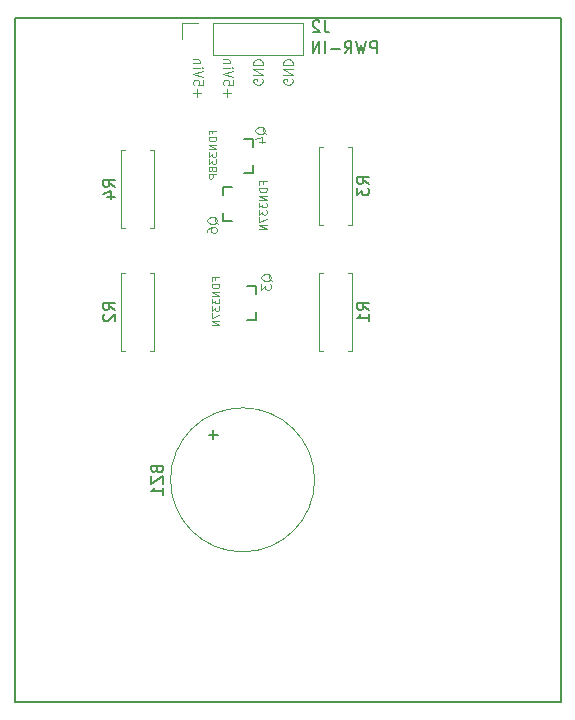
<source format=gbr>
%TF.GenerationSoftware,KiCad,Pcbnew,5.0.2-bee76a0~70~ubuntu18.04.1*%
%TF.CreationDate,2019-10-11T23:30:34+02:00*%
%TF.ProjectId,ESP8266-LolinV3-Lamp,45535038-3236-4362-9d4c-6f6c696e5633,1.0*%
%TF.SameCoordinates,Original*%
%TF.FileFunction,Legend,Bot*%
%TF.FilePolarity,Positive*%
%FSLAX46Y46*%
G04 Gerber Fmt 4.6, Leading zero omitted, Abs format (unit mm)*
G04 Created by KiCad (PCBNEW 5.0.2-bee76a0~70~ubuntu18.04.1) date ven 11 ott 2019 23:30:34 CEST*
%MOMM*%
%LPD*%
G01*
G04 APERTURE LIST*
%ADD10C,0.150000*%
%ADD11C,0.120000*%
%ADD12C,0.203200*%
%ADD13C,0.050000*%
G04 APERTURE END LIST*
D10*
X170100285Y-51760380D02*
X170100285Y-50760380D01*
X169719333Y-50760380D01*
X169624095Y-50808000D01*
X169576476Y-50855619D01*
X169528857Y-50950857D01*
X169528857Y-51093714D01*
X169576476Y-51188952D01*
X169624095Y-51236571D01*
X169719333Y-51284190D01*
X170100285Y-51284190D01*
X169195523Y-50760380D02*
X168957428Y-51760380D01*
X168766952Y-51046095D01*
X168576476Y-51760380D01*
X168338380Y-50760380D01*
X167386000Y-51760380D02*
X167719333Y-51284190D01*
X167957428Y-51760380D02*
X167957428Y-50760380D01*
X167576476Y-50760380D01*
X167481238Y-50808000D01*
X167433619Y-50855619D01*
X167386000Y-50950857D01*
X167386000Y-51093714D01*
X167433619Y-51188952D01*
X167481238Y-51236571D01*
X167576476Y-51284190D01*
X167957428Y-51284190D01*
X166957428Y-51379428D02*
X166195523Y-51379428D01*
X165719333Y-51760380D02*
X165719333Y-50760380D01*
X165243142Y-51760380D02*
X165243142Y-50760380D01*
X164671714Y-51760380D01*
X164671714Y-50760380D01*
D11*
X154882857Y-55428952D02*
X154882857Y-54819428D01*
X154578095Y-55124190D02*
X155187619Y-55124190D01*
X155378095Y-54057523D02*
X155378095Y-54438476D01*
X154997142Y-54476571D01*
X155035238Y-54438476D01*
X155073333Y-54362285D01*
X155073333Y-54171809D01*
X155035238Y-54095619D01*
X154997142Y-54057523D01*
X154920952Y-54019428D01*
X154730476Y-54019428D01*
X154654285Y-54057523D01*
X154616190Y-54095619D01*
X154578095Y-54171809D01*
X154578095Y-54362285D01*
X154616190Y-54438476D01*
X154654285Y-54476571D01*
X155378095Y-53790857D02*
X154578095Y-53524190D01*
X155378095Y-53257523D01*
X154578095Y-52990857D02*
X155111428Y-52990857D01*
X155378095Y-52990857D02*
X155340000Y-53028952D01*
X155301904Y-52990857D01*
X155340000Y-52952761D01*
X155378095Y-52990857D01*
X155301904Y-52990857D01*
X155111428Y-52609904D02*
X154578095Y-52609904D01*
X155035238Y-52609904D02*
X155073333Y-52571809D01*
X155111428Y-52495619D01*
X155111428Y-52381333D01*
X155073333Y-52305142D01*
X154997142Y-52267047D01*
X154578095Y-52267047D01*
X157422857Y-55428952D02*
X157422857Y-54819428D01*
X157118095Y-55124190D02*
X157727619Y-55124190D01*
X157918095Y-54057523D02*
X157918095Y-54438476D01*
X157537142Y-54476571D01*
X157575238Y-54438476D01*
X157613333Y-54362285D01*
X157613333Y-54171809D01*
X157575238Y-54095619D01*
X157537142Y-54057523D01*
X157460952Y-54019428D01*
X157270476Y-54019428D01*
X157194285Y-54057523D01*
X157156190Y-54095619D01*
X157118095Y-54171809D01*
X157118095Y-54362285D01*
X157156190Y-54438476D01*
X157194285Y-54476571D01*
X157918095Y-53790857D02*
X157118095Y-53524190D01*
X157918095Y-53257523D01*
X157118095Y-52990857D02*
X157651428Y-52990857D01*
X157918095Y-52990857D02*
X157880000Y-53028952D01*
X157841904Y-52990857D01*
X157880000Y-52952761D01*
X157918095Y-52990857D01*
X157841904Y-52990857D01*
X157651428Y-52609904D02*
X157118095Y-52609904D01*
X157575238Y-52609904D02*
X157613333Y-52571809D01*
X157651428Y-52495619D01*
X157651428Y-52381333D01*
X157613333Y-52305142D01*
X157537142Y-52267047D01*
X157118095Y-52267047D01*
X162960000Y-53949523D02*
X162998095Y-54025714D01*
X162998095Y-54140000D01*
X162960000Y-54254285D01*
X162883809Y-54330476D01*
X162807619Y-54368571D01*
X162655238Y-54406666D01*
X162540952Y-54406666D01*
X162388571Y-54368571D01*
X162312380Y-54330476D01*
X162236190Y-54254285D01*
X162198095Y-54140000D01*
X162198095Y-54063809D01*
X162236190Y-53949523D01*
X162274285Y-53911428D01*
X162540952Y-53911428D01*
X162540952Y-54063809D01*
X162198095Y-53568571D02*
X162998095Y-53568571D01*
X162198095Y-53111428D01*
X162998095Y-53111428D01*
X162198095Y-52730476D02*
X162998095Y-52730476D01*
X162998095Y-52540000D01*
X162960000Y-52425714D01*
X162883809Y-52349523D01*
X162807619Y-52311428D01*
X162655238Y-52273333D01*
X162540952Y-52273333D01*
X162388571Y-52311428D01*
X162312380Y-52349523D01*
X162236190Y-52425714D01*
X162198095Y-52540000D01*
X162198095Y-52730476D01*
X160420000Y-53949523D02*
X160458095Y-54025714D01*
X160458095Y-54140000D01*
X160420000Y-54254285D01*
X160343809Y-54330476D01*
X160267619Y-54368571D01*
X160115238Y-54406666D01*
X160000952Y-54406666D01*
X159848571Y-54368571D01*
X159772380Y-54330476D01*
X159696190Y-54254285D01*
X159658095Y-54140000D01*
X159658095Y-54063809D01*
X159696190Y-53949523D01*
X159734285Y-53911428D01*
X160000952Y-53911428D01*
X160000952Y-54063809D01*
X159658095Y-53568571D02*
X160458095Y-53568571D01*
X159658095Y-53111428D01*
X160458095Y-53111428D01*
X159658095Y-52730476D02*
X160458095Y-52730476D01*
X160458095Y-52540000D01*
X160420000Y-52425714D01*
X160343809Y-52349523D01*
X160267619Y-52311428D01*
X160115238Y-52273333D01*
X160000952Y-52273333D01*
X159848571Y-52311428D01*
X159772380Y-52349523D01*
X159696190Y-52425714D01*
X159658095Y-52540000D01*
X159658095Y-52730476D01*
D10*
X185674000Y-48768000D02*
X185674000Y-106680000D01*
X139446000Y-106680000D02*
X185674000Y-106680000D01*
X139446000Y-48768000D02*
X185674000Y-48768000D01*
X139446000Y-106680000D02*
X139446000Y-48768000D01*
D11*
X151230000Y-66516000D02*
X150900000Y-66516000D01*
X151230000Y-59976000D02*
X151230000Y-66516000D01*
X150900000Y-59976000D02*
X151230000Y-59976000D01*
X148490000Y-66516000D02*
X148820000Y-66516000D01*
X148490000Y-59976000D02*
X148490000Y-66516000D01*
X148820000Y-59976000D02*
X148490000Y-59976000D01*
X167664000Y-76930000D02*
X167994000Y-76930000D01*
X167994000Y-76930000D02*
X167994000Y-70390000D01*
X167994000Y-70390000D02*
X167664000Y-70390000D01*
X165584000Y-76930000D02*
X165254000Y-76930000D01*
X165254000Y-76930000D02*
X165254000Y-70390000D01*
X165254000Y-70390000D02*
X165584000Y-70390000D01*
X151230000Y-76930000D02*
X150900000Y-76930000D01*
X151230000Y-70390000D02*
X151230000Y-76930000D01*
X150900000Y-70390000D02*
X151230000Y-70390000D01*
X148490000Y-76930000D02*
X148820000Y-76930000D01*
X148490000Y-70390000D02*
X148490000Y-76930000D01*
X148820000Y-70390000D02*
X148490000Y-70390000D01*
X167664000Y-66262000D02*
X167994000Y-66262000D01*
X167994000Y-66262000D02*
X167994000Y-59722000D01*
X167994000Y-59722000D02*
X167664000Y-59722000D01*
X165584000Y-66262000D02*
X165254000Y-66262000D01*
X165254000Y-66262000D02*
X165254000Y-59722000D01*
X165254000Y-59722000D02*
X165584000Y-59722000D01*
X164850000Y-87874000D02*
G75*
G03X164850000Y-87874000I-6100000J0D01*
G01*
X153610000Y-49216000D02*
X153610000Y-50546000D01*
X154940000Y-49216000D02*
X153610000Y-49216000D01*
X156210000Y-49216000D02*
X156210000Y-51876000D01*
X156210000Y-51876000D02*
X163890000Y-51876000D01*
X156210000Y-49216000D02*
X163890000Y-49216000D01*
X163890000Y-49216000D02*
X163890000Y-51876000D01*
D12*
X159918400Y-72134400D02*
X159918400Y-71475600D01*
X159918400Y-71475600D02*
X159105600Y-71475600D01*
X159918400Y-74320400D02*
X159918400Y-73661600D01*
X159105600Y-74320400D02*
X159918400Y-74320400D01*
X157886400Y-63093600D02*
X157073600Y-63093600D01*
X157073600Y-63093600D02*
X157073600Y-63752400D01*
X157073600Y-65938400D02*
X157886400Y-65938400D01*
X157073600Y-65279600D02*
X157073600Y-65938400D01*
X158851600Y-61874400D02*
X159664400Y-61874400D01*
X159664400Y-61874400D02*
X159664400Y-61215600D01*
X159664400Y-59029600D02*
X158851600Y-59029600D01*
X159664400Y-59688400D02*
X159664400Y-59029600D01*
D10*
X147942380Y-63079333D02*
X147466190Y-62746000D01*
X147942380Y-62507904D02*
X146942380Y-62507904D01*
X146942380Y-62888857D01*
X146990000Y-62984095D01*
X147037619Y-63031714D01*
X147132857Y-63079333D01*
X147275714Y-63079333D01*
X147370952Y-63031714D01*
X147418571Y-62984095D01*
X147466190Y-62888857D01*
X147466190Y-62507904D01*
X147275714Y-63936476D02*
X147942380Y-63936476D01*
X146894761Y-63698380D02*
X147609047Y-63460285D01*
X147609047Y-64079333D01*
X169446380Y-73493333D02*
X168970190Y-73160000D01*
X169446380Y-72921904D02*
X168446380Y-72921904D01*
X168446380Y-73302857D01*
X168494000Y-73398095D01*
X168541619Y-73445714D01*
X168636857Y-73493333D01*
X168779714Y-73493333D01*
X168874952Y-73445714D01*
X168922571Y-73398095D01*
X168970190Y-73302857D01*
X168970190Y-72921904D01*
X169446380Y-74445714D02*
X169446380Y-73874285D01*
X169446380Y-74160000D02*
X168446380Y-74160000D01*
X168589238Y-74064761D01*
X168684476Y-73969523D01*
X168732095Y-73874285D01*
X147942380Y-73493333D02*
X147466190Y-73160000D01*
X147942380Y-72921904D02*
X146942380Y-72921904D01*
X146942380Y-73302857D01*
X146990000Y-73398095D01*
X147037619Y-73445714D01*
X147132857Y-73493333D01*
X147275714Y-73493333D01*
X147370952Y-73445714D01*
X147418571Y-73398095D01*
X147466190Y-73302857D01*
X147466190Y-72921904D01*
X147037619Y-73874285D02*
X146990000Y-73921904D01*
X146942380Y-74017142D01*
X146942380Y-74255238D01*
X146990000Y-74350476D01*
X147037619Y-74398095D01*
X147132857Y-74445714D01*
X147228095Y-74445714D01*
X147370952Y-74398095D01*
X147942380Y-73826666D01*
X147942380Y-74445714D01*
X169446380Y-62825333D02*
X168970190Y-62492000D01*
X169446380Y-62253904D02*
X168446380Y-62253904D01*
X168446380Y-62634857D01*
X168494000Y-62730095D01*
X168541619Y-62777714D01*
X168636857Y-62825333D01*
X168779714Y-62825333D01*
X168874952Y-62777714D01*
X168922571Y-62730095D01*
X168970190Y-62634857D01*
X168970190Y-62253904D01*
X168446380Y-63158666D02*
X168446380Y-63777714D01*
X168827333Y-63444380D01*
X168827333Y-63587238D01*
X168874952Y-63682476D01*
X168922571Y-63730095D01*
X169017809Y-63777714D01*
X169255904Y-63777714D01*
X169351142Y-63730095D01*
X169398761Y-63682476D01*
X169446380Y-63587238D01*
X169446380Y-63301523D01*
X169398761Y-63206285D01*
X169351142Y-63158666D01*
X151478571Y-86993047D02*
X151526190Y-87135904D01*
X151573809Y-87183523D01*
X151669047Y-87231142D01*
X151811904Y-87231142D01*
X151907142Y-87183523D01*
X151954761Y-87135904D01*
X152002380Y-87040666D01*
X152002380Y-86659714D01*
X151002380Y-86659714D01*
X151002380Y-86993047D01*
X151050000Y-87088285D01*
X151097619Y-87135904D01*
X151192857Y-87183523D01*
X151288095Y-87183523D01*
X151383333Y-87135904D01*
X151430952Y-87088285D01*
X151478571Y-86993047D01*
X151478571Y-86659714D01*
X151002380Y-87564476D02*
X151002380Y-88231142D01*
X152002380Y-87564476D01*
X152002380Y-88231142D01*
X152002380Y-89135904D02*
X152002380Y-88564476D01*
X152002380Y-88850190D02*
X151002380Y-88850190D01*
X151145238Y-88754952D01*
X151240476Y-88659714D01*
X151288095Y-88564476D01*
X156281428Y-83683047D02*
X156281428Y-84444952D01*
X156662380Y-84064000D02*
X155900476Y-84064000D01*
X165687333Y-48982380D02*
X165687333Y-49696666D01*
X165734952Y-49839523D01*
X165830190Y-49934761D01*
X165973047Y-49982380D01*
X166068285Y-49982380D01*
X165258761Y-49077619D02*
X165211142Y-49030000D01*
X165115904Y-48982380D01*
X164877809Y-48982380D01*
X164782571Y-49030000D01*
X164734952Y-49077619D01*
X164687333Y-49172857D01*
X164687333Y-49268095D01*
X164734952Y-49410952D01*
X165306380Y-49982380D01*
X164687333Y-49982380D01*
D13*
X161220263Y-71043780D02*
X161182153Y-70967560D01*
X161105933Y-70891340D01*
X160991604Y-70777011D01*
X160953494Y-70700791D01*
X160953494Y-70624571D01*
X161144043Y-70662681D02*
X161105933Y-70586462D01*
X161029714Y-70510242D01*
X160877274Y-70472132D01*
X160610505Y-70472132D01*
X160458066Y-70510242D01*
X160381846Y-70586462D01*
X160343736Y-70662681D01*
X160343736Y-70815121D01*
X160381846Y-70891340D01*
X160458066Y-70967560D01*
X160610505Y-71005670D01*
X160877274Y-71005670D01*
X161029714Y-70967560D01*
X161105933Y-70891340D01*
X161144043Y-70815121D01*
X161144043Y-70662681D01*
X160343736Y-71272439D02*
X160343736Y-71767867D01*
X160648615Y-71501098D01*
X160648615Y-71615428D01*
X160686725Y-71691647D01*
X160724835Y-71729757D01*
X160801054Y-71767867D01*
X160991604Y-71767867D01*
X161067823Y-71729757D01*
X161105933Y-71691647D01*
X161144043Y-71615428D01*
X161144043Y-71386769D01*
X161105933Y-71310549D01*
X161067823Y-71272439D01*
X156439619Y-70954858D02*
X156439619Y-70741217D01*
X156775342Y-70741217D02*
X156134417Y-70741217D01*
X156134417Y-71046419D01*
X156775342Y-71290581D02*
X156134417Y-71290581D01*
X156134417Y-71443182D01*
X156164937Y-71534743D01*
X156225977Y-71595783D01*
X156287018Y-71626304D01*
X156409099Y-71656824D01*
X156500660Y-71656824D01*
X156622741Y-71626304D01*
X156683781Y-71595783D01*
X156744822Y-71534743D01*
X156775342Y-71443182D01*
X156775342Y-71290581D01*
X156775342Y-71931506D02*
X156134417Y-71931506D01*
X156775342Y-72297749D01*
X156134417Y-72297749D01*
X156134417Y-72541911D02*
X156134417Y-72938674D01*
X156378579Y-72725032D01*
X156378579Y-72816593D01*
X156409099Y-72877633D01*
X156439619Y-72908154D01*
X156500660Y-72938674D01*
X156653261Y-72938674D01*
X156714301Y-72908154D01*
X156744822Y-72877633D01*
X156775342Y-72816593D01*
X156775342Y-72633471D01*
X156744822Y-72572431D01*
X156714301Y-72541911D01*
X156134417Y-73152315D02*
X156134417Y-73549079D01*
X156378579Y-73335437D01*
X156378579Y-73426998D01*
X156409099Y-73488038D01*
X156439619Y-73518558D01*
X156500660Y-73549079D01*
X156653261Y-73549079D01*
X156714301Y-73518558D01*
X156744822Y-73488038D01*
X156775342Y-73426998D01*
X156775342Y-73243876D01*
X156744822Y-73182836D01*
X156714301Y-73152315D01*
X156134417Y-73762720D02*
X156134417Y-74190004D01*
X156775342Y-73915321D01*
X156775342Y-74434165D02*
X156134417Y-74434165D01*
X156775342Y-74800408D01*
X156134417Y-74800408D01*
X156648263Y-66217780D02*
X156610153Y-66141560D01*
X156533933Y-66065340D01*
X156419604Y-65951011D01*
X156381494Y-65874791D01*
X156381494Y-65798571D01*
X156572043Y-65836681D02*
X156533933Y-65760462D01*
X156457714Y-65684242D01*
X156305274Y-65646132D01*
X156038505Y-65646132D01*
X155886066Y-65684242D01*
X155809846Y-65760462D01*
X155771736Y-65836681D01*
X155771736Y-65989121D01*
X155809846Y-66065340D01*
X155886066Y-66141560D01*
X156038505Y-66179670D01*
X156305274Y-66179670D01*
X156457714Y-66141560D01*
X156533933Y-66065340D01*
X156572043Y-65989121D01*
X156572043Y-65836681D01*
X155771736Y-66865647D02*
X155771736Y-66713208D01*
X155809846Y-66636988D01*
X155847956Y-66598878D01*
X155962285Y-66522659D01*
X156114725Y-66484549D01*
X156419604Y-66484549D01*
X156495823Y-66522659D01*
X156533933Y-66560769D01*
X156572043Y-66636988D01*
X156572043Y-66789428D01*
X156533933Y-66865647D01*
X156495823Y-66903757D01*
X156419604Y-66941867D01*
X156229054Y-66941867D01*
X156152835Y-66903757D01*
X156114725Y-66865647D01*
X156076615Y-66789428D01*
X156076615Y-66636988D01*
X156114725Y-66560769D01*
X156152835Y-66522659D01*
X156229054Y-66484549D01*
X160460819Y-62827232D02*
X160460819Y-62613591D01*
X160796542Y-62613591D02*
X160155617Y-62613591D01*
X160155617Y-62918793D01*
X160796542Y-63162955D02*
X160155617Y-63162955D01*
X160155617Y-63315556D01*
X160186137Y-63407117D01*
X160247177Y-63468157D01*
X160308218Y-63498678D01*
X160430299Y-63529198D01*
X160521860Y-63529198D01*
X160643941Y-63498678D01*
X160704981Y-63468157D01*
X160766022Y-63407117D01*
X160796542Y-63315556D01*
X160796542Y-63162955D01*
X160796542Y-63803880D02*
X160155617Y-63803880D01*
X160796542Y-64170123D01*
X160155617Y-64170123D01*
X160155617Y-64414285D02*
X160155617Y-64811048D01*
X160399779Y-64597406D01*
X160399779Y-64688967D01*
X160430299Y-64750007D01*
X160460819Y-64780528D01*
X160521860Y-64811048D01*
X160674461Y-64811048D01*
X160735501Y-64780528D01*
X160766022Y-64750007D01*
X160796542Y-64688967D01*
X160796542Y-64505845D01*
X160766022Y-64444805D01*
X160735501Y-64414285D01*
X160155617Y-65024689D02*
X160155617Y-65421453D01*
X160399779Y-65207811D01*
X160399779Y-65299372D01*
X160430299Y-65360412D01*
X160460819Y-65390932D01*
X160521860Y-65421453D01*
X160674461Y-65421453D01*
X160735501Y-65390932D01*
X160766022Y-65360412D01*
X160796542Y-65299372D01*
X160796542Y-65116250D01*
X160766022Y-65055210D01*
X160735501Y-65024689D01*
X160155617Y-65635094D02*
X160155617Y-66062378D01*
X160796542Y-65787695D01*
X160796542Y-66306539D02*
X160155617Y-66306539D01*
X160796542Y-66672782D01*
X160155617Y-66672782D01*
X160712108Y-58597807D02*
X160674012Y-58521614D01*
X160597819Y-58445421D01*
X160483530Y-58331132D01*
X160445433Y-58254939D01*
X160445433Y-58178747D01*
X160635915Y-58216843D02*
X160597819Y-58140650D01*
X160521626Y-58064457D01*
X160369240Y-58026361D01*
X160102566Y-58026361D01*
X159950180Y-58064457D01*
X159873988Y-58140650D01*
X159835891Y-58216843D01*
X159835891Y-58369228D01*
X159873988Y-58445421D01*
X159950180Y-58521614D01*
X160102566Y-58559710D01*
X160369240Y-58559710D01*
X160521626Y-58521614D01*
X160597819Y-58445421D01*
X160635915Y-58369228D01*
X160635915Y-58216843D01*
X160102566Y-59245445D02*
X160635915Y-59245445D01*
X159797795Y-59054963D02*
X160369240Y-58864481D01*
X160369240Y-59359734D01*
X156184491Y-58523352D02*
X156184491Y-58309625D01*
X156520347Y-58309625D02*
X155879167Y-58309625D01*
X155879167Y-58614949D01*
X156520347Y-58859208D02*
X155879167Y-58859208D01*
X155879167Y-59011870D01*
X155909700Y-59103467D01*
X155970764Y-59164532D01*
X156031829Y-59195064D01*
X156153959Y-59225597D01*
X156245556Y-59225597D01*
X156367685Y-59195064D01*
X156428750Y-59164532D01*
X156489815Y-59103467D01*
X156520347Y-59011870D01*
X156520347Y-58859208D01*
X156520347Y-59500388D02*
X155879167Y-59500388D01*
X156520347Y-59866777D01*
X155879167Y-59866777D01*
X155879167Y-60111036D02*
X155879167Y-60507957D01*
X156123426Y-60294230D01*
X156123426Y-60385827D01*
X156153959Y-60446892D01*
X156184491Y-60477424D01*
X156245556Y-60507957D01*
X156398218Y-60507957D01*
X156459282Y-60477424D01*
X156489815Y-60446892D01*
X156520347Y-60385827D01*
X156520347Y-60202633D01*
X156489815Y-60141568D01*
X156459282Y-60111036D01*
X155879167Y-60721683D02*
X155879167Y-61118604D01*
X156123426Y-60904878D01*
X156123426Y-60996475D01*
X156153959Y-61057540D01*
X156184491Y-61088072D01*
X156245556Y-61118604D01*
X156398218Y-61118604D01*
X156459282Y-61088072D01*
X156489815Y-61057540D01*
X156520347Y-60996475D01*
X156520347Y-60813281D01*
X156489815Y-60752216D01*
X156459282Y-60721683D01*
X156153959Y-61484993D02*
X156123426Y-61423928D01*
X156092894Y-61393396D01*
X156031829Y-61362863D01*
X156001297Y-61362863D01*
X155940232Y-61393396D01*
X155909700Y-61423928D01*
X155879167Y-61484993D01*
X155879167Y-61607123D01*
X155909700Y-61668187D01*
X155940232Y-61698720D01*
X156001297Y-61729252D01*
X156031829Y-61729252D01*
X156092894Y-61698720D01*
X156123426Y-61668187D01*
X156153959Y-61607123D01*
X156153959Y-61484993D01*
X156184491Y-61423928D01*
X156215023Y-61393396D01*
X156276088Y-61362863D01*
X156398218Y-61362863D01*
X156459282Y-61393396D01*
X156489815Y-61423928D01*
X156520347Y-61484993D01*
X156520347Y-61607123D01*
X156489815Y-61668187D01*
X156459282Y-61698720D01*
X156398218Y-61729252D01*
X156276088Y-61729252D01*
X156215023Y-61698720D01*
X156184491Y-61668187D01*
X156153959Y-61607123D01*
X156520347Y-62004043D02*
X155879167Y-62004043D01*
X155879167Y-62248303D01*
X155909700Y-62309367D01*
X155940232Y-62339900D01*
X156001297Y-62370432D01*
X156092894Y-62370432D01*
X156153959Y-62339900D01*
X156184491Y-62309367D01*
X156215023Y-62248303D01*
X156215023Y-62004043D01*
M02*

</source>
